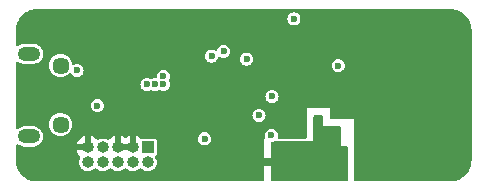
<source format=gbr>
%TF.GenerationSoftware,KiCad,Pcbnew,8.0.6*%
%TF.CreationDate,2024-12-29T16:51:47+05:30*%
%TF.ProjectId,STM32_RF,53544d33-325f-4524-962e-6b696361645f,rev?*%
%TF.SameCoordinates,Original*%
%TF.FileFunction,Copper,L2,Inr*%
%TF.FilePolarity,Positive*%
%FSLAX46Y46*%
G04 Gerber Fmt 4.6, Leading zero omitted, Abs format (unit mm)*
G04 Created by KiCad (PCBNEW 8.0.6) date 2024-12-29 16:51:47*
%MOMM*%
%LPD*%
G01*
G04 APERTURE LIST*
%TA.AperFunction,ComponentPad*%
%ADD10R,1.000000X1.000000*%
%TD*%
%TA.AperFunction,ComponentPad*%
%ADD11O,1.000000X1.000000*%
%TD*%
%TA.AperFunction,ComponentPad*%
%ADD12O,1.900000X1.200000*%
%TD*%
%TA.AperFunction,ComponentPad*%
%ADD13C,1.450000*%
%TD*%
%TA.AperFunction,ViaPad*%
%ADD14C,0.600000*%
%TD*%
%TA.AperFunction,ViaPad*%
%ADD15C,0.700000*%
%TD*%
%TA.AperFunction,Conductor*%
%ADD16C,0.700000*%
%TD*%
G04 APERTURE END LIST*
D10*
%TO.N,+3.3V*%
%TO.C,J2*%
X165900000Y-78430000D03*
D11*
%TO.N,SWD_DIO*%
X165900000Y-79700000D03*
%TO.N,GND*%
X164630000Y-78430000D03*
%TO.N,SWD_CLK*%
X164630000Y-79700000D03*
%TO.N,GND*%
X163360000Y-78430000D03*
%TO.N,unconnected-(J2-Pin_6-Pad6)*%
X163360000Y-79700000D03*
%TO.N,unconnected-(J2-Pin_7-Pad7)*%
X162090000Y-78430000D03*
%TO.N,unconnected-(J2-Pin_8-Pad8)*%
X162090000Y-79700000D03*
%TO.N,GND*%
X160820000Y-78430000D03*
%TO.N,SWD_NRST*%
X160820000Y-79700000D03*
%TD*%
D12*
%TO.N,N/C*%
%TO.C,J1*%
X155800000Y-70500000D03*
D13*
X158500000Y-71500000D03*
X158500000Y-76500000D03*
D12*
X155800000Y-77500000D03*
%TD*%
D14*
%TO.N,GND*%
X189300000Y-69900000D03*
D15*
X188900000Y-67300000D03*
X188900000Y-80710000D03*
D14*
X169000000Y-76700000D03*
D15*
X186300000Y-80710000D03*
D14*
X161700000Y-72700000D03*
X179800000Y-67500000D03*
X175200000Y-71500000D03*
X159700000Y-75300000D03*
D15*
X183800000Y-67400000D03*
D14*
X182300000Y-68700000D03*
D15*
X186300000Y-67300000D03*
X183700000Y-78510000D03*
X191100000Y-67300000D03*
D14*
X166200000Y-69600000D03*
D15*
X183700000Y-69500000D03*
D14*
X172300000Y-69200000D03*
X180300000Y-74400000D03*
X172900000Y-73950000D03*
D15*
X192700000Y-78510000D03*
D14*
X180300000Y-73600000D03*
D15*
X191100000Y-80710000D03*
D14*
X190300000Y-69900000D03*
X164800000Y-68700000D03*
D15*
X183700000Y-71900000D03*
D14*
X177900000Y-72100000D03*
X163600000Y-72000000D03*
D15*
X192700000Y-69500000D03*
D14*
X191300000Y-69900000D03*
X158320000Y-79020000D03*
X170600000Y-72900000D03*
X181100000Y-68700000D03*
X161000000Y-72700000D03*
X190250000Y-78000000D03*
X172850000Y-72850000D03*
X191250000Y-78000000D03*
X178900000Y-74400000D03*
X170600000Y-75200000D03*
X174100000Y-67399997D03*
X170600000Y-74000000D03*
X176750000Y-78500000D03*
X182900000Y-72900000D03*
X177000000Y-69800000D03*
X189250000Y-78000000D03*
X187700000Y-72000000D03*
X162800000Y-70900000D03*
X182275000Y-80650000D03*
X164100000Y-74900000D03*
X172950000Y-75150000D03*
X185000000Y-77500000D03*
D15*
X183800000Y-80610000D03*
D14*
X179100000Y-77350000D03*
X186000000Y-77500000D03*
X178900000Y-73600000D03*
X174100000Y-68100000D03*
%TO.N,+3.3V*%
X178250000Y-67550000D03*
X167200000Y-72399997D03*
X170700000Y-77700000D03*
X167200000Y-73100000D03*
X174250000Y-70950000D03*
X165800000Y-73100000D03*
X166500000Y-73100000D03*
X171287500Y-70693844D03*
X176350000Y-77400000D03*
X182000000Y-71500000D03*
%TO.N,SWD_NRST*%
X172300000Y-70300000D03*
%TO.N,+5V*%
X161608422Y-74900000D03*
X159900000Y-71900000D03*
%TO.N,SPI3_SCK*%
X175300000Y-75700000D03*
X176400000Y-74100000D03*
%TD*%
D16*
%TO.N,GND*%
X175100000Y-79700000D02*
X176800000Y-79700000D01*
%TD*%
%TA.AperFunction,Conductor*%
%TO.N,GND*%
G36*
X191504043Y-66700765D02*
G01*
X191726790Y-66715364D01*
X191742848Y-66717479D01*
X191928875Y-66754482D01*
X191957771Y-66760230D01*
X191973438Y-66764428D01*
X192126569Y-66816409D01*
X192180944Y-66834867D01*
X192195921Y-66841070D01*
X192386791Y-66935196D01*
X192392460Y-66937992D01*
X192406508Y-66946102D01*
X192588712Y-67067848D01*
X192601573Y-67077716D01*
X192692411Y-67157379D01*
X192766328Y-67222202D01*
X192777797Y-67233671D01*
X192811741Y-67272377D01*
X192888160Y-67359517D01*
X192922280Y-67398423D01*
X192932154Y-67411291D01*
X193053897Y-67593492D01*
X193062007Y-67607539D01*
X193158926Y-67804071D01*
X193165133Y-67819057D01*
X193235571Y-68026561D01*
X193239769Y-68042228D01*
X193282518Y-68257140D01*
X193284636Y-68273221D01*
X193299235Y-68495956D01*
X193299500Y-68504066D01*
X193299500Y-79495933D01*
X193299235Y-79504043D01*
X193284636Y-79726778D01*
X193282518Y-79742859D01*
X193239769Y-79957771D01*
X193235571Y-79973438D01*
X193165133Y-80180942D01*
X193158926Y-80195928D01*
X193062007Y-80392460D01*
X193053897Y-80406507D01*
X192932154Y-80588708D01*
X192922280Y-80601576D01*
X192777797Y-80766328D01*
X192766328Y-80777797D01*
X192601576Y-80922280D01*
X192588708Y-80932154D01*
X192406507Y-81053897D01*
X192392460Y-81062007D01*
X192195928Y-81158926D01*
X192180942Y-81165133D01*
X191973438Y-81235571D01*
X191957771Y-81239769D01*
X191742859Y-81282518D01*
X191726778Y-81284636D01*
X191504043Y-81299235D01*
X191495933Y-81299500D01*
X183424000Y-81299500D01*
X183356961Y-81279815D01*
X183311206Y-81227011D01*
X183300000Y-81175500D01*
X183300000Y-76000000D01*
X181424000Y-76000000D01*
X181356961Y-75980315D01*
X181311206Y-75927511D01*
X181300000Y-75876000D01*
X181300000Y-75100000D01*
X179400000Y-75100000D01*
X179400000Y-77448638D01*
X179380315Y-77515677D01*
X179363681Y-77536319D01*
X179236319Y-77663681D01*
X179174996Y-77697166D01*
X179148638Y-77700000D01*
X177006052Y-77700000D01*
X176939013Y-77680315D01*
X176893258Y-77627511D01*
X176883314Y-77558353D01*
X176886276Y-77543913D01*
X176886328Y-77543715D01*
X176886328Y-77543713D01*
X176886330Y-77543709D01*
X176905250Y-77400000D01*
X176886330Y-77256291D01*
X176830861Y-77122375D01*
X176742621Y-77007379D01*
X176627625Y-76919139D01*
X176627624Y-76919138D01*
X176627622Y-76919137D01*
X176493712Y-76863671D01*
X176493710Y-76863670D01*
X176493709Y-76863670D01*
X176421854Y-76854210D01*
X176350001Y-76844750D01*
X176349999Y-76844750D01*
X176206291Y-76863670D01*
X176206287Y-76863671D01*
X176072377Y-76919137D01*
X175957379Y-77007379D01*
X175869137Y-77122377D01*
X175813671Y-77256287D01*
X175813670Y-77256291D01*
X175794750Y-77400000D01*
X175809979Y-77515677D01*
X175813671Y-77543715D01*
X175813724Y-77543913D01*
X175813719Y-77544086D01*
X175814731Y-77551766D01*
X175813532Y-77551923D01*
X175812058Y-77613763D01*
X175772893Y-77671623D01*
X175708663Y-77699124D01*
X175700383Y-77699616D01*
X175700000Y-77700000D01*
X175700000Y-81175500D01*
X175680315Y-81242539D01*
X175627511Y-81288294D01*
X175576000Y-81299500D01*
X156504067Y-81299500D01*
X156495957Y-81299235D01*
X156273221Y-81284636D01*
X156257140Y-81282518D01*
X156042228Y-81239769D01*
X156026561Y-81235571D01*
X155819057Y-81165133D01*
X155804071Y-81158926D01*
X155607539Y-81062007D01*
X155593492Y-81053897D01*
X155411291Y-80932154D01*
X155398423Y-80922280D01*
X155233671Y-80777797D01*
X155222202Y-80766328D01*
X155169730Y-80706495D01*
X155077716Y-80601573D01*
X155067845Y-80588708D01*
X154946102Y-80406507D01*
X154937992Y-80392460D01*
X154932070Y-80380452D01*
X154841070Y-80195921D01*
X154834866Y-80180942D01*
X154834737Y-80180563D01*
X154782844Y-80027690D01*
X154764428Y-79973438D01*
X154760230Y-79957771D01*
X154742385Y-79868059D01*
X154717479Y-79742848D01*
X154715364Y-79726790D01*
X154700765Y-79504043D01*
X154700500Y-79495933D01*
X154700500Y-78680000D01*
X159850840Y-78680000D01*
X159891652Y-78814541D01*
X159984503Y-78988253D01*
X159984507Y-78988260D01*
X160109471Y-79140527D01*
X160140941Y-79166354D01*
X160180276Y-79224100D01*
X160182147Y-79293944D01*
X160167272Y-79328178D01*
X160139545Y-79372306D01*
X160083685Y-79531943D01*
X160064751Y-79699997D01*
X160064751Y-79700002D01*
X160083685Y-79868056D01*
X160139545Y-80027694D01*
X160139547Y-80027697D01*
X160229518Y-80170884D01*
X160229523Y-80170890D01*
X160349109Y-80290476D01*
X160349115Y-80290481D01*
X160492302Y-80380452D01*
X160492305Y-80380454D01*
X160492309Y-80380455D01*
X160492310Y-80380456D01*
X160561779Y-80404764D01*
X160651943Y-80436314D01*
X160819997Y-80455249D01*
X160820000Y-80455249D01*
X160820003Y-80455249D01*
X160988056Y-80436314D01*
X160988059Y-80436313D01*
X161147690Y-80380456D01*
X161147692Y-80380454D01*
X161147694Y-80380454D01*
X161147697Y-80380452D01*
X161290884Y-80290481D01*
X161290885Y-80290480D01*
X161290890Y-80290477D01*
X161367319Y-80214048D01*
X161428642Y-80180563D01*
X161498334Y-80185547D01*
X161542681Y-80214048D01*
X161619109Y-80290476D01*
X161619115Y-80290481D01*
X161762302Y-80380452D01*
X161762305Y-80380454D01*
X161762309Y-80380455D01*
X161762310Y-80380456D01*
X161831779Y-80404764D01*
X161921943Y-80436314D01*
X162089997Y-80455249D01*
X162090000Y-80455249D01*
X162090003Y-80455249D01*
X162258056Y-80436314D01*
X162258059Y-80436313D01*
X162417690Y-80380456D01*
X162417692Y-80380454D01*
X162417694Y-80380454D01*
X162417697Y-80380452D01*
X162560884Y-80290481D01*
X162560885Y-80290480D01*
X162560890Y-80290477D01*
X162637319Y-80214048D01*
X162698642Y-80180563D01*
X162768334Y-80185547D01*
X162812681Y-80214048D01*
X162889109Y-80290476D01*
X162889115Y-80290481D01*
X163032302Y-80380452D01*
X163032305Y-80380454D01*
X163032309Y-80380455D01*
X163032310Y-80380456D01*
X163101779Y-80404764D01*
X163191943Y-80436314D01*
X163359997Y-80455249D01*
X163360000Y-80455249D01*
X163360003Y-80455249D01*
X163528056Y-80436314D01*
X163528059Y-80436313D01*
X163687690Y-80380456D01*
X163687692Y-80380454D01*
X163687694Y-80380454D01*
X163687697Y-80380452D01*
X163830884Y-80290481D01*
X163830885Y-80290480D01*
X163830890Y-80290477D01*
X163907319Y-80214048D01*
X163968642Y-80180563D01*
X164038334Y-80185547D01*
X164082681Y-80214048D01*
X164159109Y-80290476D01*
X164159115Y-80290481D01*
X164302302Y-80380452D01*
X164302305Y-80380454D01*
X164302309Y-80380455D01*
X164302310Y-80380456D01*
X164371779Y-80404764D01*
X164461943Y-80436314D01*
X164629997Y-80455249D01*
X164630000Y-80455249D01*
X164630003Y-80455249D01*
X164798056Y-80436314D01*
X164798059Y-80436313D01*
X164957690Y-80380456D01*
X164957692Y-80380454D01*
X164957694Y-80380454D01*
X164957697Y-80380452D01*
X165100884Y-80290481D01*
X165100885Y-80290480D01*
X165100890Y-80290477D01*
X165177319Y-80214048D01*
X165238642Y-80180563D01*
X165308334Y-80185547D01*
X165352681Y-80214048D01*
X165429109Y-80290476D01*
X165429115Y-80290481D01*
X165572302Y-80380452D01*
X165572305Y-80380454D01*
X165572309Y-80380455D01*
X165572310Y-80380456D01*
X165641779Y-80404764D01*
X165731943Y-80436314D01*
X165899997Y-80455249D01*
X165900000Y-80455249D01*
X165900003Y-80455249D01*
X166068056Y-80436314D01*
X166068059Y-80436313D01*
X166227690Y-80380456D01*
X166227692Y-80380454D01*
X166227694Y-80380454D01*
X166227697Y-80380452D01*
X166370884Y-80290481D01*
X166370885Y-80290480D01*
X166370890Y-80290477D01*
X166490477Y-80170890D01*
X166499926Y-80155852D01*
X166580452Y-80027697D01*
X166580454Y-80027694D01*
X166580454Y-80027692D01*
X166580456Y-80027690D01*
X166636313Y-79868059D01*
X166636313Y-79868058D01*
X166636314Y-79868056D01*
X166655249Y-79700002D01*
X166655249Y-79699997D01*
X166636314Y-79531943D01*
X166611181Y-79460118D01*
X166580456Y-79372310D01*
X166580454Y-79372307D01*
X166580454Y-79372306D01*
X166528828Y-79290145D01*
X166509827Y-79222908D01*
X166530194Y-79156073D01*
X166564930Y-79121071D01*
X166580601Y-79110601D01*
X166635966Y-79027740D01*
X166650500Y-78954674D01*
X166650500Y-77905326D01*
X166650500Y-77905323D01*
X166650499Y-77905321D01*
X166635967Y-77832264D01*
X166635966Y-77832260D01*
X166611919Y-77796271D01*
X166580601Y-77749399D01*
X166506669Y-77700000D01*
X166506668Y-77699999D01*
X170144750Y-77699999D01*
X170144750Y-77700000D01*
X170163670Y-77843708D01*
X170163671Y-77843712D01*
X170219137Y-77977622D01*
X170219138Y-77977624D01*
X170219139Y-77977625D01*
X170307379Y-78092621D01*
X170422375Y-78180861D01*
X170556291Y-78236330D01*
X170680206Y-78252644D01*
X170699999Y-78255250D01*
X170700000Y-78255250D01*
X170700001Y-78255250D01*
X170719794Y-78252644D01*
X170843709Y-78236330D01*
X170977625Y-78180861D01*
X171092621Y-78092621D01*
X171180861Y-77977625D01*
X171236330Y-77843709D01*
X171255250Y-77700000D01*
X171255199Y-77699616D01*
X171243896Y-77613763D01*
X171236330Y-77556291D01*
X171180861Y-77422375D01*
X171092621Y-77307379D01*
X170977625Y-77219139D01*
X170977624Y-77219138D01*
X170977622Y-77219137D01*
X170843712Y-77163671D01*
X170843710Y-77163670D01*
X170843709Y-77163670D01*
X170771854Y-77154210D01*
X170700001Y-77144750D01*
X170699999Y-77144750D01*
X170556291Y-77163670D01*
X170556287Y-77163671D01*
X170422377Y-77219137D01*
X170307379Y-77307379D01*
X170219137Y-77422377D01*
X170163671Y-77556287D01*
X170163670Y-77556291D01*
X170144750Y-77699999D01*
X166506668Y-77699999D01*
X166497739Y-77694033D01*
X166497735Y-77694032D01*
X166424677Y-77679500D01*
X166424674Y-77679500D01*
X165375326Y-77679500D01*
X165375321Y-77679500D01*
X165365629Y-77681428D01*
X165296038Y-77675198D01*
X165262776Y-77655663D01*
X165188254Y-77594504D01*
X165188253Y-77594503D01*
X165014541Y-77501652D01*
X164880000Y-77460839D01*
X164880000Y-78220382D01*
X164829554Y-78169936D01*
X164755445Y-78127149D01*
X164672787Y-78105000D01*
X164587213Y-78105000D01*
X164504555Y-78127149D01*
X164430446Y-78169936D01*
X164369936Y-78230446D01*
X164327149Y-78304555D01*
X164305000Y-78387213D01*
X164305000Y-78472787D01*
X164327149Y-78555445D01*
X164369936Y-78629554D01*
X164420382Y-78680000D01*
X163569618Y-78680000D01*
X163620064Y-78629554D01*
X163662851Y-78555445D01*
X163685000Y-78472787D01*
X163685000Y-78387213D01*
X163662851Y-78304555D01*
X163620064Y-78230446D01*
X163559554Y-78169936D01*
X163485445Y-78127149D01*
X163402787Y-78105000D01*
X163317213Y-78105000D01*
X163234555Y-78127149D01*
X163160446Y-78169936D01*
X163110000Y-78220382D01*
X163110000Y-77460839D01*
X163610000Y-77460839D01*
X163610000Y-78180000D01*
X164380000Y-78180000D01*
X164380000Y-77460839D01*
X164379999Y-77460839D01*
X164245458Y-77501652D01*
X164071746Y-77594503D01*
X164066678Y-77597890D01*
X164065641Y-77596338D01*
X164009339Y-77620242D01*
X163940473Y-77608442D01*
X163923541Y-77597560D01*
X163923322Y-77597890D01*
X163918253Y-77594503D01*
X163744541Y-77501652D01*
X163610000Y-77460839D01*
X163110000Y-77460839D01*
X163109999Y-77460839D01*
X162975458Y-77501652D01*
X162801746Y-77594503D01*
X162801739Y-77594507D01*
X162649475Y-77719468D01*
X162623641Y-77750946D01*
X162565894Y-77790278D01*
X162496049Y-77792147D01*
X162461817Y-77777271D01*
X162417693Y-77749545D01*
X162258056Y-77693685D01*
X162090003Y-77674751D01*
X162089997Y-77674751D01*
X161921943Y-77693685D01*
X161762306Y-77749545D01*
X161718178Y-77777272D01*
X161650941Y-77796271D01*
X161584106Y-77775902D01*
X161556354Y-77750941D01*
X161530527Y-77719471D01*
X161378260Y-77594507D01*
X161378253Y-77594503D01*
X161204541Y-77501652D01*
X161070000Y-77460839D01*
X161070000Y-78220382D01*
X161019554Y-78169936D01*
X160945445Y-78127149D01*
X160862787Y-78105000D01*
X160777213Y-78105000D01*
X160694555Y-78127149D01*
X160620446Y-78169936D01*
X160559936Y-78230446D01*
X160517149Y-78304555D01*
X160495000Y-78387213D01*
X160495000Y-78472787D01*
X160517149Y-78555445D01*
X160559936Y-78629554D01*
X160610382Y-78680000D01*
X159850840Y-78680000D01*
X154700500Y-78680000D01*
X154700500Y-78252644D01*
X154720185Y-78185605D01*
X154772989Y-78139850D01*
X154842147Y-78129906D01*
X154903167Y-78156793D01*
X154907836Y-78160625D01*
X154977487Y-78207164D01*
X155047137Y-78253703D01*
X155047138Y-78253703D01*
X155047139Y-78253704D01*
X155067025Y-78261941D01*
X155201918Y-78317816D01*
X155366228Y-78350499D01*
X155366232Y-78350500D01*
X155366233Y-78350500D01*
X156233768Y-78350500D01*
X156233769Y-78350499D01*
X156398082Y-78317816D01*
X156552863Y-78253703D01*
X156663168Y-78179999D01*
X159850839Y-78179999D01*
X159850840Y-78180000D01*
X160570000Y-78180000D01*
X160570000Y-77460839D01*
X160569999Y-77460839D01*
X160435458Y-77501652D01*
X160261746Y-77594503D01*
X160261739Y-77594507D01*
X160109471Y-77719471D01*
X159984507Y-77871739D01*
X159984503Y-77871746D01*
X159891652Y-78045458D01*
X159850839Y-78179999D01*
X156663168Y-78179999D01*
X156692162Y-78160626D01*
X156810626Y-78042162D01*
X156903703Y-77902863D01*
X156967816Y-77748082D01*
X157000500Y-77583767D01*
X157000500Y-77416233D01*
X156967816Y-77251918D01*
X156903703Y-77097137D01*
X156868582Y-77044575D01*
X156810626Y-76957837D01*
X156692162Y-76839373D01*
X156552860Y-76746295D01*
X156398082Y-76682184D01*
X156398074Y-76682182D01*
X156233771Y-76649500D01*
X156233767Y-76649500D01*
X155366233Y-76649500D01*
X155366228Y-76649500D01*
X155201925Y-76682182D01*
X155201917Y-76682184D01*
X155047139Y-76746295D01*
X154907833Y-76839376D01*
X154903161Y-76843211D01*
X154838850Y-76870522D01*
X154769983Y-76858728D01*
X154718425Y-76811574D01*
X154700500Y-76747355D01*
X154700500Y-76500000D01*
X157519780Y-76500000D01*
X157538614Y-76691229D01*
X157594396Y-76875118D01*
X157684973Y-77044575D01*
X157684977Y-77044582D01*
X157806879Y-77193120D01*
X157955417Y-77315022D01*
X157955424Y-77315026D01*
X158124881Y-77405603D01*
X158124883Y-77405603D01*
X158124886Y-77405605D01*
X158308769Y-77461385D01*
X158308768Y-77461385D01*
X158325914Y-77463073D01*
X158500000Y-77480220D01*
X158691231Y-77461385D01*
X158875114Y-77405605D01*
X159044581Y-77315023D01*
X159193120Y-77193120D01*
X159315023Y-77044581D01*
X159405605Y-76875114D01*
X159461385Y-76691231D01*
X159480220Y-76500000D01*
X159461385Y-76308769D01*
X159405605Y-76124886D01*
X159405603Y-76124883D01*
X159405603Y-76124881D01*
X159315026Y-75955424D01*
X159315022Y-75955417D01*
X159193120Y-75806879D01*
X159062886Y-75699999D01*
X174744750Y-75699999D01*
X174744750Y-75700000D01*
X174763670Y-75843708D01*
X174763671Y-75843712D01*
X174819137Y-75977622D01*
X174819138Y-75977624D01*
X174819139Y-75977625D01*
X174907379Y-76092621D01*
X175022375Y-76180861D01*
X175156291Y-76236330D01*
X175283280Y-76253048D01*
X175299999Y-76255250D01*
X175300000Y-76255250D01*
X175300001Y-76255250D01*
X175314977Y-76253278D01*
X175443709Y-76236330D01*
X175577625Y-76180861D01*
X175692621Y-76092621D01*
X175780861Y-75977625D01*
X175836330Y-75843709D01*
X175855250Y-75700000D01*
X175836330Y-75556291D01*
X175786641Y-75436329D01*
X175780862Y-75422377D01*
X175780861Y-75422376D01*
X175780861Y-75422375D01*
X175692621Y-75307379D01*
X175577625Y-75219139D01*
X175577624Y-75219138D01*
X175577622Y-75219137D01*
X175443712Y-75163671D01*
X175443710Y-75163670D01*
X175443709Y-75163670D01*
X175371854Y-75154210D01*
X175300001Y-75144750D01*
X175299999Y-75144750D01*
X175156291Y-75163670D01*
X175156287Y-75163671D01*
X175022377Y-75219137D01*
X174907379Y-75307379D01*
X174819137Y-75422377D01*
X174763671Y-75556287D01*
X174763670Y-75556291D01*
X174744750Y-75699999D01*
X159062886Y-75699999D01*
X159044582Y-75684977D01*
X159044575Y-75684973D01*
X158875118Y-75594396D01*
X158749488Y-75556287D01*
X158691231Y-75538615D01*
X158691229Y-75538614D01*
X158691231Y-75538614D01*
X158500000Y-75519780D01*
X158308770Y-75538614D01*
X158124881Y-75594396D01*
X157955424Y-75684973D01*
X157955417Y-75684977D01*
X157806879Y-75806879D01*
X157684977Y-75955417D01*
X157684973Y-75955424D01*
X157594396Y-76124881D01*
X157538614Y-76308770D01*
X157519780Y-76500000D01*
X154700500Y-76500000D01*
X154700500Y-74899999D01*
X161053172Y-74899999D01*
X161053172Y-74900000D01*
X161072092Y-75043708D01*
X161072093Y-75043712D01*
X161127559Y-75177622D01*
X161127560Y-75177624D01*
X161127561Y-75177625D01*
X161215801Y-75292621D01*
X161330797Y-75380861D01*
X161464713Y-75436330D01*
X161591702Y-75453048D01*
X161608421Y-75455250D01*
X161608422Y-75455250D01*
X161608423Y-75455250D01*
X161623399Y-75453278D01*
X161752131Y-75436330D01*
X161886047Y-75380861D01*
X162001043Y-75292621D01*
X162089283Y-75177625D01*
X162144752Y-75043709D01*
X162163672Y-74900000D01*
X162144752Y-74756291D01*
X162095063Y-74636329D01*
X162089284Y-74622377D01*
X162089283Y-74622376D01*
X162089283Y-74622375D01*
X162001043Y-74507379D01*
X161886047Y-74419139D01*
X161886046Y-74419138D01*
X161886044Y-74419137D01*
X161752134Y-74363671D01*
X161752132Y-74363670D01*
X161752131Y-74363670D01*
X161680276Y-74354210D01*
X161608423Y-74344750D01*
X161608421Y-74344750D01*
X161464713Y-74363670D01*
X161464709Y-74363671D01*
X161330799Y-74419137D01*
X161215801Y-74507379D01*
X161127559Y-74622377D01*
X161072093Y-74756287D01*
X161072092Y-74756291D01*
X161053172Y-74899999D01*
X154700500Y-74899999D01*
X154700500Y-74099999D01*
X175844750Y-74099999D01*
X175844750Y-74100000D01*
X175863670Y-74243708D01*
X175863671Y-74243712D01*
X175919137Y-74377622D01*
X175919138Y-74377624D01*
X175919139Y-74377625D01*
X176007379Y-74492621D01*
X176122375Y-74580861D01*
X176256291Y-74636330D01*
X176383280Y-74653048D01*
X176399999Y-74655250D01*
X176400000Y-74655250D01*
X176400001Y-74655250D01*
X176414977Y-74653278D01*
X176543709Y-74636330D01*
X176677625Y-74580861D01*
X176792621Y-74492621D01*
X176880861Y-74377625D01*
X176936330Y-74243709D01*
X176955250Y-74100000D01*
X176936330Y-73956291D01*
X176880861Y-73822375D01*
X176792621Y-73707379D01*
X176677625Y-73619139D01*
X176677624Y-73619138D01*
X176677622Y-73619137D01*
X176543712Y-73563671D01*
X176543710Y-73563670D01*
X176543709Y-73563670D01*
X176471854Y-73554210D01*
X176400001Y-73544750D01*
X176399999Y-73544750D01*
X176256291Y-73563670D01*
X176256287Y-73563671D01*
X176122377Y-73619137D01*
X176007379Y-73707379D01*
X175919137Y-73822377D01*
X175863671Y-73956287D01*
X175863670Y-73956291D01*
X175844750Y-74099999D01*
X154700500Y-74099999D01*
X154700500Y-73099999D01*
X165244750Y-73099999D01*
X165244750Y-73100000D01*
X165263670Y-73243708D01*
X165263671Y-73243712D01*
X165319137Y-73377622D01*
X165319138Y-73377624D01*
X165319139Y-73377625D01*
X165407379Y-73492621D01*
X165522375Y-73580861D01*
X165656291Y-73636330D01*
X165783280Y-73653048D01*
X165799999Y-73655250D01*
X165800000Y-73655250D01*
X165800001Y-73655250D01*
X165814977Y-73653278D01*
X165943709Y-73636330D01*
X166077625Y-73580861D01*
X166077631Y-73580856D01*
X166084664Y-73576797D01*
X166085857Y-73578863D01*
X166139678Y-73558054D01*
X166208124Y-73572090D01*
X166216436Y-73577432D01*
X166222371Y-73580858D01*
X166222375Y-73580861D01*
X166356291Y-73636330D01*
X166483280Y-73653048D01*
X166499999Y-73655250D01*
X166500000Y-73655250D01*
X166500001Y-73655250D01*
X166514977Y-73653278D01*
X166643709Y-73636330D01*
X166777625Y-73580861D01*
X166777631Y-73580856D01*
X166784664Y-73576797D01*
X166785857Y-73578863D01*
X166839678Y-73558054D01*
X166908124Y-73572090D01*
X166916436Y-73577432D01*
X166922371Y-73580858D01*
X166922375Y-73580861D01*
X167056291Y-73636330D01*
X167183280Y-73653048D01*
X167199999Y-73655250D01*
X167200000Y-73655250D01*
X167200001Y-73655250D01*
X167214977Y-73653278D01*
X167343709Y-73636330D01*
X167477625Y-73580861D01*
X167592621Y-73492621D01*
X167680861Y-73377625D01*
X167736330Y-73243709D01*
X167755250Y-73100000D01*
X167736330Y-72956291D01*
X167680861Y-72822375D01*
X167680858Y-72822371D01*
X167676797Y-72815336D01*
X167678861Y-72814144D01*
X167658052Y-72760307D01*
X167672095Y-72691863D01*
X167677438Y-72683549D01*
X167680856Y-72677628D01*
X167680861Y-72677622D01*
X167736330Y-72543706D01*
X167755250Y-72399997D01*
X167736330Y-72256288D01*
X167680861Y-72122372D01*
X167592621Y-72007376D01*
X167477625Y-71919136D01*
X167477624Y-71919135D01*
X167477622Y-71919134D01*
X167343712Y-71863668D01*
X167343710Y-71863667D01*
X167343709Y-71863667D01*
X167271854Y-71854207D01*
X167200001Y-71844747D01*
X167199999Y-71844747D01*
X167056291Y-71863667D01*
X167056287Y-71863668D01*
X166922377Y-71919134D01*
X166807379Y-72007376D01*
X166719137Y-72122374D01*
X166663671Y-72256284D01*
X166663670Y-72256288D01*
X166644750Y-72399996D01*
X166644750Y-72399997D01*
X166645603Y-72406477D01*
X166634838Y-72475513D01*
X166588458Y-72527769D01*
X166521189Y-72546654D01*
X166506485Y-72545603D01*
X166500003Y-72544750D01*
X166499999Y-72544750D01*
X166356291Y-72563670D01*
X166356287Y-72563671D01*
X166222374Y-72619138D01*
X166215335Y-72623203D01*
X166214143Y-72621138D01*
X166160304Y-72641946D01*
X166091861Y-72627900D01*
X166083550Y-72622559D01*
X166077625Y-72619138D01*
X165943712Y-72563671D01*
X165943710Y-72563670D01*
X165943709Y-72563670D01*
X165871854Y-72554210D01*
X165800001Y-72544750D01*
X165799999Y-72544750D01*
X165656291Y-72563670D01*
X165656287Y-72563671D01*
X165522377Y-72619137D01*
X165407379Y-72707379D01*
X165319137Y-72822377D01*
X165263671Y-72956287D01*
X165263670Y-72956291D01*
X165244750Y-73099999D01*
X154700500Y-73099999D01*
X154700500Y-71500000D01*
X157519780Y-71500000D01*
X157538614Y-71691229D01*
X157594396Y-71875118D01*
X157684973Y-72044575D01*
X157684977Y-72044582D01*
X157806879Y-72193120D01*
X157955417Y-72315022D01*
X157955424Y-72315026D01*
X158124881Y-72405603D01*
X158124883Y-72405603D01*
X158124886Y-72405605D01*
X158308769Y-72461385D01*
X158308768Y-72461385D01*
X158325914Y-72463073D01*
X158500000Y-72480220D01*
X158691231Y-72461385D01*
X158875114Y-72405605D01*
X159044581Y-72315023D01*
X159193120Y-72193120D01*
X159217391Y-72163545D01*
X159275134Y-72124212D01*
X159344979Y-72122340D01*
X159404748Y-72158526D01*
X159414078Y-72171263D01*
X159414192Y-72171177D01*
X159419138Y-72177622D01*
X159419139Y-72177625D01*
X159507379Y-72292621D01*
X159622375Y-72380861D01*
X159756291Y-72436330D01*
X159883280Y-72453048D01*
X159899999Y-72455250D01*
X159900000Y-72455250D01*
X159900001Y-72455250D01*
X159914977Y-72453278D01*
X160043709Y-72436330D01*
X160177625Y-72380861D01*
X160292621Y-72292621D01*
X160380861Y-72177625D01*
X160436330Y-72043709D01*
X160455250Y-71900000D01*
X160436330Y-71756291D01*
X160380861Y-71622375D01*
X160292621Y-71507379D01*
X160177625Y-71419139D01*
X160177624Y-71419138D01*
X160177622Y-71419137D01*
X160043712Y-71363671D01*
X160043710Y-71363670D01*
X160043709Y-71363670D01*
X159943675Y-71350500D01*
X159900001Y-71344750D01*
X159899999Y-71344750D01*
X159756291Y-71363670D01*
X159632605Y-71414901D01*
X159563136Y-71422369D01*
X159500657Y-71391093D01*
X159465005Y-71331004D01*
X159461751Y-71312488D01*
X159461385Y-71308769D01*
X159405605Y-71124886D01*
X159405603Y-71124883D01*
X159405603Y-71124881D01*
X159315026Y-70955424D01*
X159315022Y-70955417D01*
X159193120Y-70806879D01*
X159055386Y-70693844D01*
X170732250Y-70693844D01*
X170744089Y-70783772D01*
X170751170Y-70837552D01*
X170751171Y-70837556D01*
X170806637Y-70971466D01*
X170806638Y-70971468D01*
X170806639Y-70971469D01*
X170894879Y-71086465D01*
X171009875Y-71174705D01*
X171143791Y-71230174D01*
X171270780Y-71246892D01*
X171287499Y-71249094D01*
X171287500Y-71249094D01*
X171287501Y-71249094D01*
X171302477Y-71247122D01*
X171431209Y-71230174D01*
X171565125Y-71174705D01*
X171680121Y-71086465D01*
X171768361Y-70971469D01*
X171777254Y-70950000D01*
X173694750Y-70950000D01*
X173703852Y-71019139D01*
X173713670Y-71093708D01*
X173713671Y-71093712D01*
X173769137Y-71227622D01*
X173769138Y-71227624D01*
X173769139Y-71227625D01*
X173857379Y-71342621D01*
X173972375Y-71430861D01*
X174106291Y-71486330D01*
X174233280Y-71503048D01*
X174249999Y-71505250D01*
X174250000Y-71505250D01*
X174250001Y-71505250D01*
X174264977Y-71503278D01*
X174289883Y-71499999D01*
X181444750Y-71499999D01*
X181444750Y-71500000D01*
X181463670Y-71643708D01*
X181463671Y-71643712D01*
X181519137Y-71777622D01*
X181519138Y-71777624D01*
X181519139Y-71777625D01*
X181607379Y-71892621D01*
X181722375Y-71980861D01*
X181856291Y-72036330D01*
X181983280Y-72053048D01*
X181999999Y-72055250D01*
X182000000Y-72055250D01*
X182000001Y-72055250D01*
X182014977Y-72053278D01*
X182143709Y-72036330D01*
X182277625Y-71980861D01*
X182392621Y-71892621D01*
X182480861Y-71777625D01*
X182536330Y-71643709D01*
X182555250Y-71500000D01*
X182536330Y-71356291D01*
X182491928Y-71249094D01*
X182480862Y-71222377D01*
X182480861Y-71222376D01*
X182480861Y-71222375D01*
X182392621Y-71107379D01*
X182277625Y-71019139D01*
X182277624Y-71019138D01*
X182277622Y-71019137D01*
X182143712Y-70963671D01*
X182143710Y-70963670D01*
X182143709Y-70963670D01*
X182039877Y-70950000D01*
X182000001Y-70944750D01*
X181999999Y-70944750D01*
X181856291Y-70963670D01*
X181856287Y-70963671D01*
X181722377Y-71019137D01*
X181607379Y-71107379D01*
X181519137Y-71222377D01*
X181463671Y-71356287D01*
X181463670Y-71356291D01*
X181444750Y-71499999D01*
X174289883Y-71499999D01*
X174393709Y-71486330D01*
X174527625Y-71430861D01*
X174642621Y-71342621D01*
X174730861Y-71227625D01*
X174786330Y-71093709D01*
X174805250Y-70950000D01*
X174786330Y-70806291D01*
X174730861Y-70672375D01*
X174642621Y-70557379D01*
X174527625Y-70469139D01*
X174527624Y-70469138D01*
X174527622Y-70469137D01*
X174393712Y-70413671D01*
X174393710Y-70413670D01*
X174393709Y-70413670D01*
X174313765Y-70403145D01*
X174250001Y-70394750D01*
X174249999Y-70394750D01*
X174106291Y-70413670D01*
X174106287Y-70413671D01*
X173972377Y-70469137D01*
X173857379Y-70557379D01*
X173769137Y-70672377D01*
X173713671Y-70806287D01*
X173713670Y-70806291D01*
X173694750Y-70950000D01*
X171777254Y-70950000D01*
X171823830Y-70837553D01*
X171823829Y-70837553D01*
X171826940Y-70830045D01*
X171829713Y-70831193D01*
X171858605Y-70783772D01*
X171921446Y-70753231D01*
X171990823Y-70761512D01*
X172017520Y-70777135D01*
X172022375Y-70780861D01*
X172156291Y-70836330D01*
X172283280Y-70853048D01*
X172299999Y-70855250D01*
X172300000Y-70855250D01*
X172300001Y-70855250D01*
X172314977Y-70853278D01*
X172443709Y-70836330D01*
X172577625Y-70780861D01*
X172692621Y-70692621D01*
X172780861Y-70577625D01*
X172836330Y-70443709D01*
X172855250Y-70300000D01*
X172836330Y-70156291D01*
X172780861Y-70022375D01*
X172692621Y-69907379D01*
X172577625Y-69819139D01*
X172577624Y-69819138D01*
X172577622Y-69819137D01*
X172443712Y-69763671D01*
X172443710Y-69763670D01*
X172443709Y-69763670D01*
X172319787Y-69747355D01*
X172300001Y-69744750D01*
X172299999Y-69744750D01*
X172156291Y-69763670D01*
X172156287Y-69763671D01*
X172022377Y-69819137D01*
X171907379Y-69907379D01*
X171819137Y-70022377D01*
X171760560Y-70163799D01*
X171757797Y-70162654D01*
X171728839Y-70210120D01*
X171665980Y-70240624D01*
X171596608Y-70232302D01*
X171569979Y-70216708D01*
X171567099Y-70214498D01*
X171565123Y-70212981D01*
X171431212Y-70157515D01*
X171431210Y-70157514D01*
X171431209Y-70157514D01*
X171359354Y-70148054D01*
X171287501Y-70138594D01*
X171287499Y-70138594D01*
X171143791Y-70157514D01*
X171143787Y-70157515D01*
X171009877Y-70212981D01*
X170894879Y-70301223D01*
X170806637Y-70416221D01*
X170751171Y-70550131D01*
X170751170Y-70550135D01*
X170732250Y-70693844D01*
X159055386Y-70693844D01*
X159044582Y-70684977D01*
X159044575Y-70684973D01*
X158875118Y-70594396D01*
X158753088Y-70557379D01*
X158691231Y-70538615D01*
X158691229Y-70538614D01*
X158691231Y-70538614D01*
X158500000Y-70519780D01*
X158308770Y-70538614D01*
X158124881Y-70594396D01*
X157955424Y-70684973D01*
X157955417Y-70684977D01*
X157806879Y-70806879D01*
X157684977Y-70955417D01*
X157684973Y-70955424D01*
X157594396Y-71124881D01*
X157538614Y-71308770D01*
X157519780Y-71500000D01*
X154700500Y-71500000D01*
X154700500Y-71252644D01*
X154720185Y-71185605D01*
X154772989Y-71139850D01*
X154842147Y-71129906D01*
X154903167Y-71156793D01*
X154907836Y-71160625D01*
X154977487Y-71207164D01*
X155047137Y-71253703D01*
X155201918Y-71317816D01*
X155337326Y-71344750D01*
X155366228Y-71350499D01*
X155366232Y-71350500D01*
X155366233Y-71350500D01*
X156233768Y-71350500D01*
X156233769Y-71350499D01*
X156398082Y-71317816D01*
X156552863Y-71253703D01*
X156692162Y-71160626D01*
X156810626Y-71042162D01*
X156903703Y-70902863D01*
X156967816Y-70748082D01*
X157000500Y-70583767D01*
X157000500Y-70416233D01*
X156967816Y-70251918D01*
X156903703Y-70097137D01*
X156853750Y-70022377D01*
X156810626Y-69957837D01*
X156692162Y-69839373D01*
X156552860Y-69746295D01*
X156398082Y-69682184D01*
X156398074Y-69682182D01*
X156233771Y-69649500D01*
X156233767Y-69649500D01*
X155366233Y-69649500D01*
X155366228Y-69649500D01*
X155201925Y-69682182D01*
X155201917Y-69682184D01*
X155047139Y-69746295D01*
X154907833Y-69839376D01*
X154903161Y-69843211D01*
X154838850Y-69870522D01*
X154769983Y-69858728D01*
X154718425Y-69811574D01*
X154700500Y-69747355D01*
X154700500Y-68504066D01*
X154700765Y-68495956D01*
X154709224Y-68366894D01*
X154715364Y-68273207D01*
X154717479Y-68257153D01*
X154760230Y-68042226D01*
X154764428Y-68026561D01*
X154831959Y-67827622D01*
X154834868Y-67819049D01*
X154841067Y-67804083D01*
X154937995Y-67607533D01*
X154946098Y-67593498D01*
X154975163Y-67549999D01*
X177694750Y-67549999D01*
X177694750Y-67550000D01*
X177713670Y-67693708D01*
X177713671Y-67693712D01*
X177769137Y-67827622D01*
X177769138Y-67827624D01*
X177769139Y-67827625D01*
X177857379Y-67942621D01*
X177972375Y-68030861D01*
X178106291Y-68086330D01*
X178230054Y-68102624D01*
X178249999Y-68105250D01*
X178250000Y-68105250D01*
X178250001Y-68105250D01*
X178269946Y-68102624D01*
X178393709Y-68086330D01*
X178527625Y-68030861D01*
X178642621Y-67942621D01*
X178730861Y-67827625D01*
X178786330Y-67693709D01*
X178805250Y-67550000D01*
X178786330Y-67406291D01*
X178730861Y-67272375D01*
X178642621Y-67157379D01*
X178527625Y-67069139D01*
X178527624Y-67069138D01*
X178527622Y-67069137D01*
X178393712Y-67013671D01*
X178393710Y-67013670D01*
X178393709Y-67013670D01*
X178321854Y-67004210D01*
X178250001Y-66994750D01*
X178249999Y-66994750D01*
X178106291Y-67013670D01*
X178106287Y-67013671D01*
X177972377Y-67069137D01*
X177857379Y-67157379D01*
X177769137Y-67272377D01*
X177713671Y-67406287D01*
X177713670Y-67406291D01*
X177694750Y-67549999D01*
X154975163Y-67549999D01*
X155067853Y-67411279D01*
X155077710Y-67398433D01*
X155222207Y-67233665D01*
X155233665Y-67222207D01*
X155398433Y-67077710D01*
X155411279Y-67067853D01*
X155593498Y-66946098D01*
X155607533Y-66937995D01*
X155804083Y-66841067D01*
X155819049Y-66834868D01*
X156025945Y-66764637D01*
X156026561Y-66764428D01*
X156042228Y-66760230D01*
X156257153Y-66717479D01*
X156273209Y-66715364D01*
X156478058Y-66701938D01*
X156495958Y-66700765D01*
X156504067Y-66700500D01*
X156539882Y-66700500D01*
X191460118Y-66700500D01*
X191495933Y-66700500D01*
X191504043Y-66700765D01*
G37*
%TD.AperFunction*%
%TD*%
%TA.AperFunction,Conductor*%
%TO.N,GND*%
G36*
X180643039Y-75719685D02*
G01*
X180688794Y-75772489D01*
X180700000Y-75824000D01*
X180700000Y-76600000D01*
X182076000Y-76600000D01*
X182143039Y-76619685D01*
X182188794Y-76672489D01*
X182200000Y-76724000D01*
X182200000Y-78300000D01*
X182676000Y-78300000D01*
X182743039Y-78319685D01*
X182788794Y-78372489D01*
X182800000Y-78424000D01*
X182800000Y-81175500D01*
X182780315Y-81242539D01*
X182727511Y-81288294D01*
X182676000Y-81299500D01*
X176424000Y-81299500D01*
X176356961Y-81279815D01*
X176311206Y-81227011D01*
X176300000Y-81175500D01*
X176300000Y-78070577D01*
X176319685Y-78003538D01*
X176372489Y-77957783D01*
X176407812Y-77947638D01*
X176493709Y-77936330D01*
X176558631Y-77909439D01*
X176606083Y-77900000D01*
X179900000Y-77900000D01*
X179900000Y-75824000D01*
X179919685Y-75756961D01*
X179972489Y-75711206D01*
X180024000Y-75700000D01*
X180576000Y-75700000D01*
X180643039Y-75719685D01*
G37*
%TD.AperFunction*%
%TD*%
M02*

</source>
